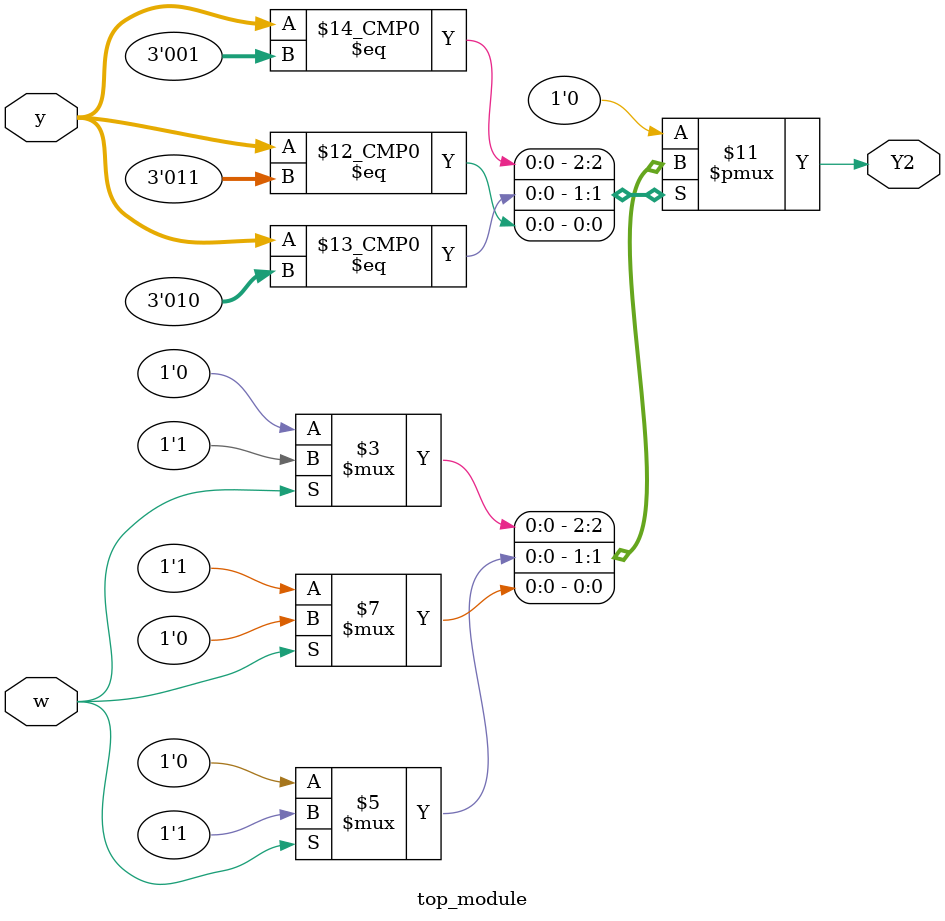
<source format=sv>
module top_module(
    input [3:1] y,
    input w,
    output reg Y2);

    // Define the states
    parameter A = 3'b000;
    parameter B = 3'b001;
    parameter C = 3'b010;
    parameter D = 3'b011;
    parameter E = 3'b100;
    parameter F = 3'b101;

    always @(*) begin
        case (y)
            A: Y2 = 1'b0;
            B: Y2 = (w == 1'b0) ? 1'b0 : 1'b1;
            C: Y2 = (w == 1'b0) ? 1'b0 : 1'b1;
            D: Y2 = (w == 1'b0) ? 1'b1 : 1'b0;
            E: Y2 = 1'b0;
            F: Y2 = 1'b0;
            default: Y2 = 1'b0; // Default case
        endcase
    end

endmodule

</source>
